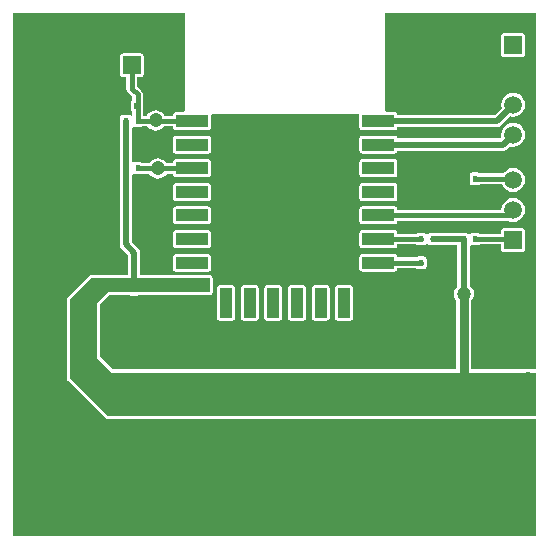
<source format=gtl>
G04 Layer_Physical_Order=1*
G04 Layer_Color=255*
%FSTAX24Y24*%
%MOIN*%
G70*
G01*
G75*
%ADD10R,0.0591X0.0591*%
%ADD11R,0.0217X0.0201*%
%ADD12R,0.0177X0.0217*%
%ADD13R,0.1063X0.0394*%
%ADD14R,0.0394X0.0984*%
%ADD15R,0.0374X0.0295*%
%ADD16R,0.0201X0.0217*%
%ADD17C,0.0250*%
%ADD18C,0.0100*%
%ADD19C,0.0150*%
%ADD20C,0.0200*%
%ADD21C,0.0300*%
%ADD22C,0.0591*%
%ADD23R,0.0591X0.0591*%
%ADD24C,0.0472*%
G36*
X044149Y032267D02*
X043993D01*
X043985Y03227D01*
X043897Y032282D01*
X043809Y03227D01*
X043802Y032267D01*
X041995D01*
Y03457D01*
X042034Y03462D01*
X042068Y034702D01*
X042079Y03479D01*
X042068Y034878D01*
X042034Y03496D01*
X04198Y03503D01*
X041936Y035063D01*
Y036394D01*
X041986Y03642D01*
X041998Y036412D01*
X042037Y036404D01*
X042215D01*
X042254Y036412D01*
X042287Y036434D01*
X042288Y036436D01*
X042989D01*
Y036287D01*
X042996Y036248D01*
X043018Y036215D01*
X043052Y036193D01*
X043091Y036185D01*
X043681D01*
X04372Y036193D01*
X043753Y036215D01*
X043775Y036248D01*
X043783Y036287D01*
Y036878D01*
X043775Y036917D01*
X043753Y03695D01*
X04372Y036972D01*
X043681Y03698D01*
X043091D01*
X043052Y036972D01*
X043018Y03695D01*
X042996Y036917D01*
X042989Y036878D01*
Y036793D01*
X042288D01*
X042287Y036795D01*
X042254Y036817D01*
X042215Y036824D01*
X042037D01*
X041998Y036817D01*
X041965Y036795D01*
X041958Y036783D01*
X0419D01*
X041893Y036795D01*
X04186Y036817D01*
X041821Y036824D01*
X041644D01*
X041612Y036818D01*
X040829D01*
X040797Y036824D01*
X04062D01*
X040581Y036817D01*
X040548Y036795D01*
X04054Y036783D01*
X040483D01*
X040476Y036795D01*
X040443Y036817D01*
X040404Y036824D01*
X040226D01*
X040187Y036817D01*
X040154Y036795D01*
X040153Y036793D01*
X039531D01*
Y036811D01*
X039523Y03685D01*
X039501Y036883D01*
X039468Y036905D01*
X039429Y036913D01*
X038366D01*
X038327Y036905D01*
X038294Y036883D01*
X038272Y03685D01*
X038264Y036811D01*
Y036417D01*
X038272Y036378D01*
X038294Y036345D01*
X038327Y036323D01*
X038366Y036315D01*
X039429D01*
X039468Y036323D01*
X039501Y036345D01*
X039523Y036378D01*
X039531Y036417D01*
Y036436D01*
X040153D01*
X040154Y036434D01*
X040187Y036412D01*
X040226Y036404D01*
X040404D01*
X040443Y036412D01*
X040476Y036434D01*
X040483Y036445D01*
X04054D01*
X040548Y036434D01*
X040581Y036412D01*
X04062Y036404D01*
X040797D01*
X040829Y03641D01*
X041528D01*
Y035051D01*
X0415Y03503D01*
X041446Y03496D01*
X041412Y034878D01*
X041401Y03479D01*
X041412Y034702D01*
X041446Y03462D01*
X041485Y03457D01*
Y032267D01*
X030042D01*
X02963Y03268D01*
Y034446D01*
X029924Y034741D01*
X030606D01*
X030609Y034738D01*
X030648Y034731D01*
X030848D01*
X030887Y034738D01*
X030891Y034741D01*
X033268D01*
X033307Y034748D01*
X03334Y03477D01*
X033362Y034804D01*
X03337Y034843D01*
Y035315D01*
X033362Y035354D01*
X03334Y035387D01*
X033307Y035409D01*
X033268Y035417D01*
X030952D01*
Y036157D01*
X030952Y036157D01*
X030936Y036235D01*
X030892Y036301D01*
X030892Y036301D01*
X030676Y036517D01*
Y038756D01*
X030726Y038782D01*
X030739Y038774D01*
X030778Y038766D01*
X030955D01*
X030994Y038774D01*
X031027Y038796D01*
X031028Y038798D01*
X031248D01*
X0313Y03873D01*
X03137Y038676D01*
X031452Y038642D01*
X03154Y038631D01*
X031628Y038642D01*
X03171Y038676D01*
X03178Y03873D01*
X031832Y038798D01*
X032044D01*
Y03878D01*
X032051Y038741D01*
X032074Y038707D01*
X032107Y038685D01*
X032146Y038678D01*
X033209D01*
X033248Y038685D01*
X033281Y038707D01*
X033303Y038741D01*
X033311Y03878D01*
Y039173D01*
X033303Y039212D01*
X033281Y039245D01*
X033248Y039267D01*
X033209Y039275D01*
X032146D01*
X032107Y039267D01*
X032074Y039245D01*
X032051Y039212D01*
X032044Y039173D01*
Y039155D01*
X031822D01*
X03178Y03921D01*
X03171Y039264D01*
X031628Y039298D01*
X03154Y039309D01*
X031452Y039298D01*
X03137Y039264D01*
X0313Y03921D01*
X031258Y039155D01*
X031028D01*
X031027Y039157D01*
X030994Y039179D01*
X030955Y039187D01*
X030778D01*
X030739Y039179D01*
X030726Y039171D01*
X030676Y039196D01*
Y040331D01*
X030726Y040357D01*
X030739Y040349D01*
X030778Y040341D01*
X030955D01*
X030994Y040349D01*
X031027Y040371D01*
X031028Y040373D01*
X031198D01*
X03123Y04033D01*
X0313Y040276D01*
X031382Y040242D01*
X03147Y040231D01*
X031558Y040242D01*
X03164Y040276D01*
X03171Y04033D01*
X031742Y040373D01*
X032044D01*
Y040354D01*
X032051Y040315D01*
X032074Y040282D01*
X032107Y04026D01*
X032146Y040252D01*
X033209D01*
X033248Y04026D01*
X033281Y040282D01*
X033303Y040315D01*
X033311Y040354D01*
Y040748D01*
X033339Y040782D01*
X038236D01*
X038264Y040748D01*
Y040354D01*
X038272Y040315D01*
X038294Y040282D01*
X038327Y04026D01*
X038366Y040252D01*
X039429D01*
X039468Y04026D01*
X039501Y040282D01*
X039523Y040315D01*
X03953Y040347D01*
X04285D01*
X042928Y040363D01*
X042995Y040407D01*
X043288Y040701D01*
X043386Y040688D01*
X043489Y040702D01*
X043585Y040741D01*
X043668Y040805D01*
X043731Y040887D01*
X043771Y040983D01*
X043785Y041087D01*
X043771Y04119D01*
X043731Y041286D01*
X043668Y041369D01*
X043585Y041432D01*
X043489Y041472D01*
X043386Y041485D01*
X043283Y041472D01*
X043186Y041432D01*
X043104Y041369D01*
X043041Y041286D01*
X043001Y04119D01*
X042987Y041087D01*
X043Y040989D01*
X042766Y040755D01*
X03953D01*
X039523Y040787D01*
X039501Y04082D01*
X039468Y040842D01*
X039429Y04085D01*
X03915D01*
X039114Y0409D01*
X039119Y040925D01*
Y044149D01*
X044149D01*
Y032267D01*
D02*
G37*
G36*
X032456Y040925D02*
X032461Y0409D01*
X032425Y04085D01*
X032146D01*
X032107Y040842D01*
X032074Y04082D01*
X032051Y040787D01*
X032044Y040748D01*
Y04073D01*
X031768D01*
X031764Y04074D01*
X03171Y04081D01*
X03164Y040864D01*
X031558Y040898D01*
X03147Y040909D01*
X031382Y040898D01*
X0313Y040864D01*
X03123Y04081D01*
X031176Y04074D01*
X031172Y04073D01*
X031045D01*
Y040917D01*
X031049Y040924D01*
X031057Y040963D01*
Y041163D01*
X031049Y041202D01*
X031045Y041209D01*
Y041434D01*
X031045Y041434D01*
X031031Y041502D01*
X030992Y04156D01*
X030848Y041705D01*
Y042004D01*
X030965D01*
X031004Y042012D01*
X031037Y042034D01*
X031059Y042067D01*
X031067Y042106D01*
Y042697D01*
X031059Y042736D01*
X031037Y042769D01*
X031004Y042791D01*
X030965Y042799D01*
X030374D01*
X030335Y042791D01*
X030302Y042769D01*
X03028Y042736D01*
X030272Y042697D01*
Y042106D01*
X03028Y042067D01*
X030302Y042034D01*
X030335Y042012D01*
X030374Y042004D01*
X030491D01*
Y041631D01*
X030504Y041562D01*
X030543Y041505D01*
X030688Y04136D01*
Y04125D01*
X030666Y041235D01*
X030644Y041202D01*
X030636Y041163D01*
Y040963D01*
X030644Y040924D01*
X030666Y04089D01*
X030688Y040876D01*
Y04074D01*
X030638Y040725D01*
X030633Y040732D01*
X0306Y040754D01*
X030561Y040761D01*
X030384D01*
X030345Y040754D01*
X030312Y040732D01*
X03029Y040698D01*
X030282Y040659D01*
Y040618D01*
X030269Y040551D01*
Y038976D01*
Y036432D01*
X030284Y036354D01*
X030328Y036288D01*
X030544Y036072D01*
Y035417D01*
X029331D01*
X029292Y035409D01*
X029259Y035387D01*
X02855Y034678D01*
X028528Y034645D01*
X02852Y034606D01*
Y031969D01*
X028528Y031929D01*
X02855Y031896D01*
X02981Y030637D01*
X029843Y030614D01*
X029882Y030607D01*
X043871D01*
X043893Y030604D01*
X043915Y030607D01*
X044149D01*
Y026718D01*
X026718D01*
Y044149D01*
X032456D01*
Y040925D01*
D02*
G37*
G36*
X033268Y034843D02*
X029882D01*
X029528Y034488D01*
Y032638D01*
X03Y032165D01*
X044149D01*
Y030709D01*
X029882D01*
X028622Y031969D01*
Y034606D01*
X029331Y035315D01*
X033268D01*
Y034843D01*
D02*
G37*
%LPC*%
G36*
X037953Y035082D02*
X037559D01*
X03752Y035075D01*
X037487Y035052D01*
X037465Y035019D01*
X037457Y03498D01*
Y033996D01*
X037465Y033957D01*
X037487Y033924D01*
X03752Y033902D01*
X037559Y033894D01*
X037953D01*
X037992Y033902D01*
X038025Y033924D01*
X038047Y033957D01*
X038055Y033996D01*
Y03498D01*
X038047Y035019D01*
X038025Y035052D01*
X037992Y035075D01*
X037953Y035082D01*
D02*
G37*
G36*
X037165D02*
X036772D01*
X036733Y035075D01*
X0367Y035052D01*
X036677Y035019D01*
X03667Y03498D01*
Y033996D01*
X036677Y033957D01*
X0367Y033924D01*
X036733Y033902D01*
X036772Y033894D01*
X037165D01*
X037204Y033902D01*
X037237Y033924D01*
X03726Y033957D01*
X037267Y033996D01*
Y03498D01*
X03726Y035019D01*
X037237Y035052D01*
X037204Y035075D01*
X037165Y035082D01*
D02*
G37*
G36*
X039429Y036126D02*
X038366D01*
X038327Y036118D01*
X038294Y036096D01*
X038272Y036063D01*
X038264Y036024D01*
Y03563D01*
X038272Y035591D01*
X038294Y035558D01*
X038327Y035536D01*
X038366Y035528D01*
X039429D01*
X039468Y035536D01*
X039501Y035558D01*
X039523Y035591D01*
X039531Y03563D01*
Y035648D01*
X040153D01*
X040154Y035646D01*
X040187Y035624D01*
X040226Y035617D01*
X040404D01*
X040443Y035624D01*
X040476Y035646D01*
X040498Y035679D01*
X040505Y035719D01*
Y035935D01*
X040498Y035974D01*
X040476Y036007D01*
X040443Y036029D01*
X040404Y036037D01*
X040226D01*
X040187Y036029D01*
X040154Y036007D01*
X040153Y036005D01*
X039531D01*
Y036024D01*
X039523Y036063D01*
X039501Y036096D01*
X039468Y036118D01*
X039429Y036126D01*
D02*
G37*
G36*
X033209D02*
X032146D01*
X032107Y036118D01*
X032074Y036096D01*
X032051Y036063D01*
X032044Y036024D01*
Y03563D01*
X032051Y035591D01*
X032074Y035558D01*
X032107Y035536D01*
X032146Y035528D01*
X033209D01*
X033248Y035536D01*
X033281Y035558D01*
X033303Y035591D01*
X033311Y03563D01*
Y036024D01*
X033303Y036063D01*
X033281Y036096D01*
X033248Y036118D01*
X033209Y036126D01*
D02*
G37*
G36*
X034803Y035082D02*
X034409D01*
X03437Y035075D01*
X034337Y035052D01*
X034315Y035019D01*
X034307Y03498D01*
Y033996D01*
X034315Y033957D01*
X034337Y033924D01*
X03437Y033902D01*
X034409Y033894D01*
X034803D01*
X034842Y033902D01*
X034875Y033924D01*
X034897Y033957D01*
X034905Y033996D01*
Y03498D01*
X034897Y035019D01*
X034875Y035052D01*
X034842Y035075D01*
X034803Y035082D01*
D02*
G37*
G36*
X034016D02*
X033622D01*
X033583Y035075D01*
X03355Y035052D01*
X033528Y035019D01*
X03352Y03498D01*
Y033996D01*
X033528Y033957D01*
X03355Y033924D01*
X033583Y033902D01*
X033622Y033894D01*
X034016D01*
X034055Y033902D01*
X034088Y033924D01*
X03411Y033957D01*
X034118Y033996D01*
Y03498D01*
X03411Y035019D01*
X034088Y035052D01*
X034055Y035075D01*
X034016Y035082D01*
D02*
G37*
G36*
X036378D02*
X035984D01*
X035945Y035075D01*
X035912Y035052D01*
X03589Y035019D01*
X035882Y03498D01*
Y033996D01*
X03589Y033957D01*
X035912Y033924D01*
X035945Y033902D01*
X035984Y033894D01*
X036378D01*
X036417Y033902D01*
X03645Y033924D01*
X036472Y033957D01*
X03648Y033996D01*
Y03498D01*
X036472Y035019D01*
X03645Y035052D01*
X036417Y035075D01*
X036378Y035082D01*
D02*
G37*
G36*
X035591D02*
X035197D01*
X035158Y035075D01*
X035125Y035052D01*
X035103Y035019D01*
X035095Y03498D01*
Y033996D01*
X035103Y033957D01*
X035125Y033924D01*
X035158Y033902D01*
X035197Y033894D01*
X035591D01*
X03563Y033902D01*
X035663Y033924D01*
X035685Y033957D01*
X035693Y033996D01*
Y03498D01*
X035685Y035019D01*
X035663Y035052D01*
X03563Y035075D01*
X035591Y035082D01*
D02*
G37*
G36*
X033209Y036913D02*
X032146D01*
X032107Y036905D01*
X032074Y036883D01*
X032051Y03685D01*
X032044Y036811D01*
Y036417D01*
X032051Y036378D01*
X032074Y036345D01*
X032107Y036323D01*
X032146Y036315D01*
X033209D01*
X033248Y036323D01*
X033281Y036345D01*
X033303Y036378D01*
X033311Y036417D01*
Y036811D01*
X033303Y03685D01*
X033281Y036883D01*
X033248Y036905D01*
X033209Y036913D01*
D02*
G37*
G36*
Y040063D02*
X032146D01*
X032107Y040055D01*
X032074Y040033D01*
X032051Y04D01*
X032044Y039961D01*
Y039567D01*
X032051Y039528D01*
X032074Y039495D01*
X032107Y039473D01*
X032146Y039465D01*
X033209D01*
X033248Y039473D01*
X033281Y039495D01*
X033303Y039528D01*
X033311Y039567D01*
Y039961D01*
X033303Y04D01*
X033281Y040033D01*
X033248Y040055D01*
X033209Y040063D01*
D02*
G37*
G36*
X043386Y038981D02*
X043283Y038968D01*
X043186Y038928D01*
X043104Y038865D01*
X043055Y0388D01*
X042288D01*
X042287Y038802D01*
X042254Y038825D01*
X042215Y038832D01*
X042037D01*
X041998Y038825D01*
X041965Y038802D01*
X041943Y038769D01*
X041935Y03873D01*
Y038514D01*
X041943Y038475D01*
X041965Y038442D01*
X041998Y03842D01*
X042037Y038412D01*
X042215D01*
X042254Y03842D01*
X042287Y038442D01*
X042288Y038444D01*
X043016D01*
X043041Y038383D01*
X043104Y038301D01*
X043186Y038237D01*
X043283Y038198D01*
X043386Y038184D01*
X043489Y038198D01*
X043585Y038237D01*
X043668Y038301D01*
X043731Y038383D01*
X043771Y038479D01*
X043785Y038583D01*
X043771Y038686D01*
X043731Y038782D01*
X043668Y038865D01*
X043585Y038928D01*
X043489Y038968D01*
X043386Y038981D01*
D02*
G37*
G36*
X043681Y043484D02*
X043091D01*
X043052Y043476D01*
X043018Y043454D01*
X042996Y043421D01*
X042989Y043382D01*
Y042791D01*
X042996Y042752D01*
X043018Y042719D01*
X043052Y042697D01*
X043091Y042689D01*
X043681D01*
X04372Y042697D01*
X043753Y042719D01*
X043775Y042752D01*
X043783Y042791D01*
Y043382D01*
X043775Y043421D01*
X043753Y043454D01*
X04372Y043476D01*
X043681Y043484D01*
D02*
G37*
G36*
X043386Y040485D02*
X043283Y040472D01*
X043186Y040432D01*
X043104Y040369D01*
X043041Y040286D01*
X043001Y04019D01*
X042987Y040087D01*
X042997Y04001D01*
X042959Y039968D01*
X03953D01*
X039523Y04D01*
X039501Y040033D01*
X039468Y040055D01*
X039429Y040063D01*
X038366D01*
X038327Y040055D01*
X038294Y040033D01*
X038272Y04D01*
X038264Y039961D01*
Y039567D01*
X038272Y039528D01*
X038294Y039495D01*
X038327Y039473D01*
X038366Y039465D01*
X039429D01*
X039468Y039473D01*
X039501Y039495D01*
X039523Y039528D01*
X03953Y03956D01*
X043063D01*
X043141Y039575D01*
X043207Y03962D01*
X043288Y039701D01*
X043386Y039688D01*
X043489Y039702D01*
X043585Y039741D01*
X043668Y039805D01*
X043731Y039887D01*
X043771Y039983D01*
X043785Y040087D01*
X043771Y04019D01*
X043731Y040286D01*
X043668Y040369D01*
X043585Y040432D01*
X043489Y040472D01*
X043386Y040485D01*
D02*
G37*
G36*
X039429Y039275D02*
X038366D01*
X038327Y039267D01*
X038294Y039245D01*
X038272Y039212D01*
X038264Y039173D01*
Y03878D01*
X038272Y038741D01*
X038294Y038707D01*
X038327Y038685D01*
X038366Y038678D01*
X039429D01*
X039468Y038685D01*
X039501Y038707D01*
X039523Y038741D01*
X039531Y03878D01*
Y039173D01*
X039523Y039212D01*
X039501Y039245D01*
X039468Y039267D01*
X039429Y039275D01*
D02*
G37*
G36*
X043386Y037981D02*
X043283Y037968D01*
X043186Y037928D01*
X043104Y037865D01*
X043041Y037782D01*
X043001Y037686D01*
X042987Y037583D01*
X042985Y03758D01*
X039531D01*
Y037598D01*
X039523Y037637D01*
X039501Y037671D01*
X039468Y037693D01*
X039429Y0377D01*
X038366D01*
X038327Y037693D01*
X038294Y037671D01*
X038272Y037637D01*
X038264Y037598D01*
Y037205D01*
X038272Y037166D01*
X038294Y037133D01*
X038327Y037111D01*
X038366Y037103D01*
X039429D01*
X039468Y037111D01*
X039501Y037133D01*
X039523Y037166D01*
X039531Y037205D01*
Y037223D01*
X043205D01*
X043216Y037225D01*
X043283Y037198D01*
X043386Y037184D01*
X043489Y037198D01*
X043585Y037237D01*
X043668Y037301D01*
X043731Y037383D01*
X043771Y037479D01*
X043785Y037583D01*
X043771Y037686D01*
X043731Y037782D01*
X043668Y037865D01*
X043585Y037928D01*
X043489Y037968D01*
X043386Y037981D01*
D02*
G37*
G36*
X033209Y0377D02*
X032146D01*
X032107Y037693D01*
X032074Y037671D01*
X032051Y037637D01*
X032044Y037598D01*
Y037205D01*
X032051Y037166D01*
X032074Y037133D01*
X032107Y037111D01*
X032146Y037103D01*
X033209D01*
X033248Y037111D01*
X033281Y037133D01*
X033303Y037166D01*
X033311Y037205D01*
Y037598D01*
X033303Y037637D01*
X033281Y037671D01*
X033248Y037693D01*
X033209Y0377D01*
D02*
G37*
G36*
X039429Y038488D02*
X038366D01*
X038327Y03848D01*
X038294Y038458D01*
X038272Y038425D01*
X038264Y038386D01*
Y037992D01*
X038272Y037953D01*
X038294Y03792D01*
X038327Y037898D01*
X038366Y03789D01*
X039429D01*
X039468Y037898D01*
X039501Y03792D01*
X039523Y037953D01*
X039531Y037992D01*
Y038386D01*
X039523Y038425D01*
X039501Y038458D01*
X039468Y03848D01*
X039429Y038488D01*
D02*
G37*
G36*
X033209D02*
X032146D01*
X032107Y03848D01*
X032074Y038458D01*
X032051Y038425D01*
X032044Y038386D01*
Y037992D01*
X032051Y037953D01*
X032074Y03792D01*
X032107Y037898D01*
X032146Y03789D01*
X033209D01*
X033248Y037898D01*
X033281Y03792D01*
X033303Y037953D01*
X033311Y037992D01*
Y038386D01*
X033303Y038425D01*
X033281Y038458D01*
X033248Y03848D01*
X033209Y038488D01*
D02*
G37*
%LPD*%
D10*
X027598Y042402D02*
D03*
X030669D02*
D03*
D11*
X030492Y041063D02*
D03*
X030846D02*
D03*
D12*
X030866Y040551D02*
D03*
X030472D02*
D03*
X030866Y038976D02*
D03*
X030472D02*
D03*
X040709Y035827D02*
D03*
X040315D02*
D03*
X042126Y036614D02*
D03*
X041732D02*
D03*
X040315D02*
D03*
X040709D02*
D03*
X042126Y038622D02*
D03*
X041732D02*
D03*
D13*
X038898Y040551D02*
D03*
Y039764D02*
D03*
Y038976D02*
D03*
Y038189D02*
D03*
Y037402D02*
D03*
Y036614D02*
D03*
Y035827D02*
D03*
Y035039D02*
D03*
X032677Y040551D02*
D03*
Y039764D02*
D03*
Y038976D02*
D03*
Y038189D02*
D03*
Y037402D02*
D03*
Y036614D02*
D03*
Y035827D02*
D03*
Y035039D02*
D03*
D14*
X033819Y034488D02*
D03*
X034606D02*
D03*
X035394D02*
D03*
X036181D02*
D03*
X036969D02*
D03*
X037756D02*
D03*
D15*
X030079Y03503D02*
D03*
Y034498D02*
D03*
D16*
X030748Y034941D02*
D03*
Y034587D02*
D03*
D17*
X032667Y03503D02*
X032677Y035039D01*
X03254Y03503D02*
X032667D01*
D18*
X03246Y038976D02*
X032677D01*
D19*
X030669Y041631D02*
Y042402D01*
Y041631D02*
X030866Y041434D01*
X038898Y035827D02*
X040315D01*
X038898Y036614D02*
X040315D01*
X038898Y037402D02*
X043205D01*
X043386Y037583D01*
X042126Y038622D02*
X043346D01*
X043386Y038583D01*
X042126Y036614D02*
X043354D01*
X043386Y036583D01*
X030866Y038976D02*
X03246D01*
X030866Y040551D02*
Y041434D01*
Y040551D02*
X032677D01*
D20*
X040709Y036614D02*
X041732D01*
X038898Y039764D02*
X043063D01*
X043386Y040087D01*
X038898Y040551D02*
X04285D01*
X043386Y041087D01*
X030472Y036432D02*
Y038976D01*
Y040551D01*
Y036432D02*
X030748Y036157D01*
Y034941D02*
Y03503D01*
Y036157D01*
X041732Y03479D02*
Y036614D01*
D21*
X04169Y031443D02*
X04174Y031493D01*
X02922Y03188D02*
X029657Y031443D01*
X04169D01*
X043907D01*
X02922Y03188D02*
Y03449D01*
X02976Y03503D01*
X030079D01*
X04174Y031493D02*
Y03479D01*
X030079Y03503D02*
X030748D01*
X03254D01*
D22*
X043386Y040087D02*
D03*
Y041087D02*
D03*
Y042087D02*
D03*
Y037583D02*
D03*
Y038583D02*
D03*
D23*
Y043087D02*
D03*
Y036583D02*
D03*
D24*
X043907Y031443D02*
D03*
X043897Y031943D02*
D03*
X043893Y030943D02*
D03*
X03154Y03897D02*
D03*
X03147Y04057D02*
D03*
X04174Y03479D02*
D03*
X032087Y043701D02*
D03*
Y042717D02*
D03*
Y041732D02*
D03*
X030906Y043701D02*
D03*
X029528D02*
D03*
X028346D02*
D03*
X027165D02*
D03*
Y041535D02*
D03*
Y039764D02*
D03*
Y037992D02*
D03*
Y036024D02*
D03*
Y033661D02*
D03*
Y031299D02*
D03*
Y029134D02*
D03*
Y027165D02*
D03*
X028937D02*
D03*
X030709D02*
D03*
X032677D02*
D03*
X034449D02*
D03*
X036024D02*
D03*
X037992D02*
D03*
X040354D02*
D03*
X042323D02*
D03*
X043701D02*
D03*
Y028543D02*
D03*
X039961Y028937D02*
D03*
X030709Y032835D02*
D03*
X031693D02*
D03*
X032677D02*
D03*
X039961Y034843D02*
D03*
X040748D02*
D03*
X040551Y038976D02*
D03*
Y038189D02*
D03*
X034449Y040354D02*
D03*
X036417D02*
D03*
X037795D02*
D03*
X039567Y043701D02*
D03*
Y042717D02*
D03*
Y041732D02*
D03*
X041142Y043701D02*
D03*
X042717D02*
D03*
X043701Y035236D02*
D03*
X038583Y032835D02*
D03*
X039961D02*
D03*
X034449Y035827D02*
D03*
X035827D02*
D03*
X037402D02*
D03*
M02*

</source>
